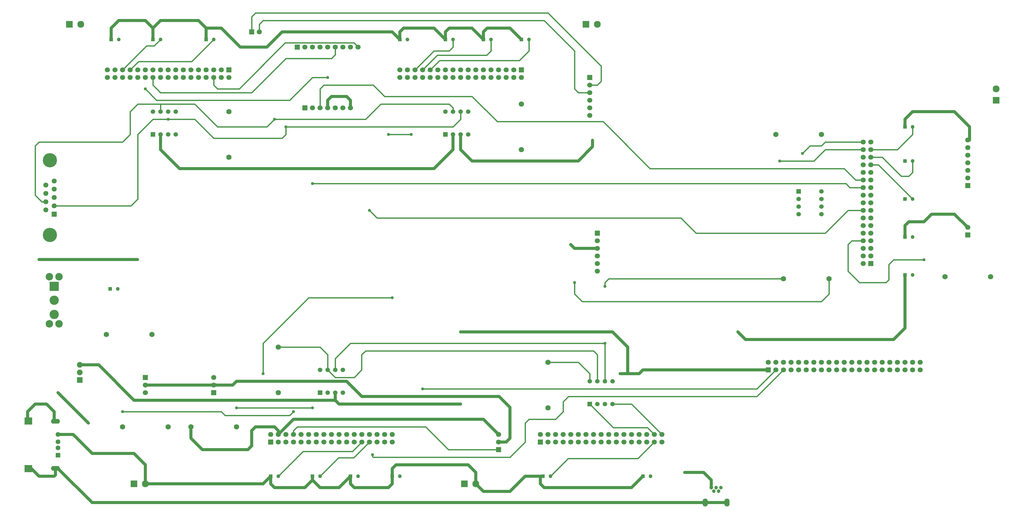
<source format=gbr>
G04 DipTrace 3.3.1.3*
G04 Top.gbr*
%MOIN*%
G04 #@! TF.FileFunction,Copper,L1,Top*
G04 #@! TF.Part,Single*
%AMOUTLINE0*
4,1,8,
-0.009039,0.021824,
0.009039,0.021824,
0.021824,0.009039,
0.021824,-0.009039,
0.009039,-0.021824,
-0.009039,-0.021824,
-0.021824,-0.009039,
-0.021824,0.009039,
-0.009039,0.021824,
0*%
G04 #@! TA.AperFunction,Conductor*
%ADD13C,0.03937*%
%ADD14C,0.016*%
G04 #@! TA.AperFunction,ComponentPad*
%ADD16C,0.07*%
%ADD17C,0.07*%
%ADD18R,0.066929X0.066929*%
%ADD19C,0.066929*%
%ADD20C,0.05*%
%ADD21R,0.05X0.05*%
%ADD22R,0.090551X0.090551*%
%ADD23C,0.090551*%
%ADD24R,0.066535X0.066535*%
%ADD25C,0.066535*%
%ADD26C,0.187402*%
%ADD27C,0.062992*%
%ADD28R,0.062992X0.062992*%
%ADD29O,0.11811X0.062992*%
%ADD30R,0.102362X0.094488*%
G04 #@! TA.AperFunction,ComponentPad*
%ADD31R,0.074803X0.074803*%
%ADD32C,0.074803*%
%ADD33R,0.122047X0.122047*%
%ADD34C,0.122047*%
%ADD35C,0.098425*%
%ADD36R,0.059055X0.059055*%
%ADD37C,0.059055*%
%ADD38C,0.047244*%
%ADD39O,0.066929X0.106299*%
G04 #@! TA.AperFunction,ViaPad*
%ADD40C,0.04*%
G04 #@! TA.AperFunction,ComponentPad*
%ADD98OUTLINE0*%
%FSLAX26Y26*%
G04*
G70*
G90*
G75*
G01*
G04 Top*
%LPD*%
X1159055Y2383858D2*
D13*
X1409055D1*
X1874016Y1918898D1*
X7911020Y5339370D2*
Y5255902D1*
X7724016Y5068898D1*
X6324016D1*
X6174016Y5218898D1*
Y5418898D1*
X10224016Y2318898D2*
X8574016D1*
X8524016Y2268898D1*
X8274016D1*
X4524016Y2018898D2*
Y1918898D1*
X4574016Y1868898D1*
X6174016D1*
X1874016Y1918898D2*
X4524016D1*
X8274016Y2268898D2*
X8374016D1*
Y2618898D1*
X8174016Y2818898D1*
X6174016D1*
X6974016Y6668898D2*
X6824016Y6818898D1*
X6524016D1*
X6474016Y6768898D1*
Y6668898D1*
X874016Y1468898D2*
X1074016D1*
X1324016Y1218898D1*
X1874016D1*
X2024016Y1068898D1*
Y818898D1*
X3574016D1*
X3674016Y918898D1*
X12024016Y5518898D2*
Y5618898D1*
X12124016Y5718898D1*
X12674016D1*
X12874016Y5518898D1*
Y5343898D1*
X12849016D1*
X6074016Y5418898D2*
Y5218898D1*
X5824016Y4968898D1*
X2474016D1*
X2224016Y5218898D1*
Y5418898D1*
X12024016Y4068898D2*
Y4218898D1*
X12074016Y4268898D1*
X2024016Y818898D2*
D3*
X7624016Y3968898D2*
X7674016Y3918898D1*
X7974016D1*
X2124016Y6668898D2*
Y6818898D1*
X2024016Y6918898D1*
X1674016D1*
X1574016Y6818898D1*
Y6668898D1*
X4624016Y6768898D2*
X3824016D1*
X3624016Y6568898D1*
X3274016D1*
X3024016Y6818898D1*
X2824016D1*
X2724016Y6918898D1*
X2224016D1*
X2124016Y6818898D1*
X5374016Y6668898D2*
X5274016Y6768898D1*
X4624016D1*
X5974016Y6668898D2*
X5824016Y6818898D1*
X5424016D1*
X5374016Y6768898D1*
Y6668898D1*
X6474016D2*
X6324016Y6818898D1*
X6024016D1*
X5974016Y6768898D1*
Y6668898D1*
X7255512Y918898D2*
X7224016D1*
Y818898D1*
X7274016Y768898D1*
X8424016D1*
X8574016Y918898D1*
X6374016Y818898D2*
X6474016Y718898D1*
X6824016D1*
X7024016Y918898D1*
X7255512D1*
X5274016D2*
Y1018898D1*
X5324016Y1068898D1*
X6274016D1*
X6374016Y968898D1*
Y818898D1*
X4724016Y918898D2*
Y818898D1*
X4774016Y768898D1*
X5224016D1*
X5274016Y818898D1*
Y918898D1*
X4224016D2*
Y868898D1*
X4324016Y768898D1*
X4574016D1*
X4724016Y918898D1*
X3674016D2*
Y818898D1*
X3724016Y768898D1*
X4124016D1*
X4224016Y868898D1*
X12024016Y3568898D2*
Y2868898D1*
X11874016Y2718898D1*
X9924016D1*
X9824016Y2818898D1*
X2824016Y6668898D2*
Y6818898D1*
X12074016Y4268898D2*
X12274016D1*
X12374016Y4368898D1*
X12674016D1*
X12849016Y4193898D1*
X9680709Y570079D2*
X9393307D1*
X840551Y1640157D2*
Y1652362D1*
X824016Y1668898D1*
Y1768898D1*
X724016Y1868898D1*
X574016D1*
X474016Y1768898D1*
Y1654076D1*
X482283Y1662344D1*
Y1644094D1*
X840551Y1022047D2*
Y935433D1*
X824016Y918898D1*
X624016D1*
X524803Y1018110D1*
X482283D1*
X9393307Y570079D2*
X1322835D1*
X870866Y1022047D1*
X840551D1*
X1921081Y3771832D2*
X624409D1*
X6074016Y5718898D2*
D14*
Y5768898D1*
X6024016Y5818898D1*
X5124016D1*
X4924016Y5618898D1*
X3724016D1*
X3774016Y2618898D2*
X4324016D1*
X4424016Y2518898D1*
Y2318898D1*
X11024016Y3518898D2*
Y3318898D1*
X10924016Y3218898D1*
X7774016D1*
X7674016Y3318898D1*
Y3468898D1*
X3724016Y5618898D2*
X3624016Y5518898D1*
X2974016D1*
X2674016Y5818898D1*
X2224016D1*
X1924016D1*
X1824016Y5718898D1*
Y5418898D1*
X1724016Y5318898D1*
X624016D1*
X574016Y5268898D1*
Y4618898D1*
X660433Y4532480D1*
X712205D1*
X2224016Y5718898D2*
Y5818898D1*
X4424016Y2318898D2*
X4524016Y2218898D1*
X4774016D1*
X4871370Y2316252D1*
Y2516252D1*
X4924016Y2568898D1*
X7924016D1*
X7974016Y2518898D1*
Y2168898D1*
X2624016Y1568898D2*
D13*
Y1418898D1*
X2774016Y1268898D1*
X3374016D1*
X3424016Y1318898D1*
Y1518898D1*
X3474016Y1568898D1*
X3724016D1*
X3774016Y1518898D1*
Y1468898D1*
X3974016Y1668898D1*
X6474016D1*
X6674016Y1468898D1*
X5524016Y5418898D2*
D14*
X5224016D1*
X4524016Y6568898D2*
Y6468898D1*
X4474016Y6418898D1*
X3874016D1*
X3424016Y5968898D1*
X2224016D1*
X2124016Y6068898D1*
Y6168898D1*
X10674016Y5168898D2*
X10774016Y5268898D1*
X10924016D1*
X10974016Y5318898D1*
X11474016D1*
X8174016Y1868898D2*
X8424016D1*
X8824016Y1468898D1*
X10374016Y5068898D2*
X10824016D1*
X10974016Y5218898D1*
X11474016D1*
X4224016Y1818898D2*
X3224016D1*
X7324016Y2418898D2*
X7724016D1*
X7874016Y2268898D1*
Y2168898D1*
X1274016Y1618898D2*
D13*
X874016Y2018898D1*
X8724016Y1468898D2*
D14*
X8634457Y1558457D1*
X8184457D1*
X7874016Y1868898D1*
X3574016Y2268898D2*
Y2668898D1*
X4174016Y3268898D1*
X5274016D1*
X5674016Y2068898D2*
X10074016D1*
X10324016Y2318898D1*
X5015016Y1202437D2*
Y1177898D1*
X5024016Y1168898D1*
X6824016D1*
X7024016Y1368898D1*
Y1618898D1*
X7074016Y1668898D1*
X7424016D1*
X7524016Y1768898D1*
Y1898081D1*
X7594832Y1968898D1*
X10074016D1*
X10424016Y2318898D1*
X7874016Y6068898D2*
X7974016D1*
X8024016Y6118898D1*
Y6318898D1*
X7324016Y7018898D1*
X3474016D1*
X3424016Y6968898D1*
Y6768898D1*
X7874016Y5968898D2*
X7724016D1*
X7674016Y6018898D1*
Y6518898D1*
X7274016Y6918898D1*
X3574016D1*
X3524016Y6868898D1*
Y6768898D1*
X2024016Y6015906D2*
X2171024Y5868898D1*
X3924016D1*
X4224016Y6168898D1*
X4424016D1*
X3974016Y1468898D2*
Y1518898D1*
X4024016Y1568898D1*
X5715110D1*
X6015110Y1268898D1*
X6674016D1*
X12274016Y3768898D2*
X11874016D1*
X11808711Y3703593D1*
Y3503593D1*
X11774016Y3468898D1*
X11424016D1*
X11274016Y3618898D1*
Y3968898D1*
X11324016Y4018898D1*
X11474016D1*
X1724016Y1768898D2*
X3024016D1*
X3074016Y1718898D1*
X3924016D1*
X3974016Y1768898D1*
X6174016Y5718898D2*
Y5618898D1*
X6074016Y5518898D1*
X3874016D1*
X4524016Y2318898D2*
Y2468898D1*
X4724016Y2668898D1*
X8074016D1*
X10424016Y3518898D2*
X8124016D1*
X8074016Y3468898D1*
Y3418898D1*
X2324016Y5618898D2*
X2124016D1*
X1924016Y5418898D1*
Y4568898D1*
X1833071Y4477953D1*
X824016D1*
X3874016Y5518898D2*
Y5418898D1*
X3824016Y5368898D1*
X2924016D1*
X2674016Y5618898D1*
X2324016D1*
X8074016Y2668898D2*
Y2168898D1*
X9124016Y968898D2*
D13*
X9374016D1*
X9474016Y868898D1*
Y768898D1*
X4724016Y5768898D2*
Y5868898D1*
X4674016Y5918898D1*
X4474016D1*
X4424016Y5868898D1*
Y5768898D1*
X4974016Y4418898D2*
D14*
X5074016Y4318898D1*
X9074016D1*
X9274016Y4118898D1*
X10974016D1*
X11274016Y4418898D1*
X11474016D1*
X4224016Y4771583D2*
X11245390D1*
X11298075Y4718898D1*
X11474016D1*
Y4818898D2*
X11374016D1*
X11224016Y4968898D1*
X8667520D1*
X8049980Y5586437D1*
X6656476D1*
X6324016Y5918898D1*
X5174016D1*
X5024016Y6068898D1*
X4374016D1*
X4324016Y6018898D1*
Y5768898D1*
X2024016Y2118898D2*
D13*
X2924016D1*
X3174016D1*
X3224016Y2168898D1*
X4674016D1*
X4874016Y1968898D1*
X6679008D1*
X6824016Y1823890D1*
Y1418898D1*
X6774016Y1368898D1*
X6674016D1*
X4324016Y918898D2*
D14*
X4566559Y1161441D1*
X4766559D1*
X4974016Y1368898D1*
X7355512Y918898D2*
X7589034Y1152420D1*
X8507538D1*
X8724016Y1368898D1*
X2224016Y6668898D2*
X2138707Y6583589D1*
X2038707D1*
X1724016Y6268898D1*
X2924016Y6668898D2*
X2633463Y6378345D1*
X1933463D1*
X1824016Y6268898D1*
X12124016Y5518898D2*
Y5418898D1*
X11924016Y5218898D1*
X11574016D1*
X12124016Y5068898D2*
Y4918898D1*
X12074016Y4868898D1*
X11974016D1*
X11724016Y5118898D1*
X11574016D1*
X12124016Y4568898D2*
X11674016Y5018898D1*
X11574016D1*
X6074016Y6668898D2*
Y6568898D1*
X6024016Y6518898D1*
X5824016D1*
X5574016Y6268898D1*
X6574016Y6668898D2*
Y6518898D1*
X6517400Y6462282D1*
X5867400D1*
X5674016Y6268898D1*
X7074016Y6668898D2*
Y6518898D1*
X6946539Y6391421D1*
X5896539D1*
X5774016Y6268898D1*
X4824016Y6568898D2*
X4769551Y6623362D1*
X3864583D1*
X3260118Y6018898D1*
X2974016D1*
X2924016Y6068898D1*
Y6168898D1*
X3774016Y918898D2*
X4100255Y1245136D1*
X4750255D1*
X4874016Y1368898D1*
D40*
X1921081Y3771832D3*
X624409D3*
X1274016Y1618898D3*
X874016Y2018898D3*
X5274016Y3268898D3*
X5674016Y2068898D3*
X9124016Y968898D3*
D3*
X7911020Y5339370D3*
X1874016Y1918898D3*
X6174016Y1868898D3*
X8274016Y2268898D3*
X6174016Y2818898D3*
X9824016D3*
X4624016Y6768898D3*
X12074016Y4268898D3*
X7624016Y3968898D3*
X7674016Y3468898D3*
X3724016Y5618898D3*
X5224016Y5418898D3*
X5524016D3*
X10674016Y5168898D3*
X10374016Y5068898D3*
X3224016Y1818898D3*
X4224016D3*
X3574016Y2268898D3*
X5015016Y1202437D3*
X4424016Y6168898D3*
X2024016Y6015906D3*
X12274016Y3768898D3*
X3974016Y1768898D3*
X1724016D3*
X2324016Y5618898D3*
X3874016Y5518898D3*
X8074016Y3418898D3*
Y2668898D3*
X4974016Y4418898D3*
X4224016Y4771583D3*
D16*
X3774016Y2018898D3*
D17*
Y2618898D3*
D16*
X13149016Y3543898D3*
D17*
X12549016D3*
D18*
X7974016Y4118898D3*
D19*
Y4018898D3*
Y3918898D3*
Y3818898D3*
Y3718898D3*
Y3618898D3*
D18*
X7874016Y6168898D3*
D19*
Y6068898D3*
Y5968898D3*
Y5868898D3*
Y5768898D3*
Y5668898D3*
D20*
X1659055Y3383858D3*
D21*
X1559055D3*
D20*
X3774016Y918898D3*
D21*
X3674016D3*
D20*
X5374016D3*
D21*
X5274016D3*
D20*
X4824016D3*
D21*
X4724016D3*
D20*
X4324016D3*
D21*
X4224016D3*
D20*
X7355512D3*
D21*
X7255512D3*
D20*
X8674016D3*
D21*
X8574016D3*
D20*
X2224016Y6668898D3*
D21*
X2124016D3*
D20*
X1674016D3*
D21*
X1574016D3*
D20*
X2924016D3*
D21*
X2824016D3*
D20*
X12124016Y5518898D3*
D21*
X12024016D3*
D20*
X12124016Y5068898D3*
D21*
X12024016D3*
D20*
X12124016Y4568898D3*
D21*
X12024016D3*
D20*
X12124016Y4068898D3*
D21*
X12024016D3*
D20*
X12124016Y3568898D3*
D21*
X12024016D3*
D20*
X5474016Y6668898D3*
D21*
X5374016D3*
D20*
X6074016D3*
D21*
X5974016D3*
D20*
X6574016D3*
D21*
X6474016D3*
D20*
X7074016D3*
D21*
X6974016D3*
D18*
X2924016Y2018898D3*
D19*
Y2118898D3*
Y2218898D3*
D18*
X4024016Y6568898D3*
D19*
X4124016D3*
X4224016D3*
X4324016D3*
X4424016D3*
X4524016D3*
X4624016D3*
X4724016D3*
X4824016D3*
D18*
X12849016Y4093898D3*
D19*
Y4193898D3*
D18*
X3124016Y6268898D3*
D19*
Y6168898D3*
X3024016Y6268898D3*
Y6168898D3*
X2924016Y6268898D3*
Y6168898D3*
X2824016Y6268898D3*
Y6168898D3*
X2724016Y6268898D3*
Y6168898D3*
X2624016Y6268898D3*
Y6168898D3*
X2524016Y6268898D3*
Y6168898D3*
X2424016Y6268898D3*
Y6168898D3*
X2324016Y6268898D3*
Y6168898D3*
X2224016Y6268898D3*
Y6168898D3*
X2124016Y6268898D3*
Y6168898D3*
X2024016Y6268898D3*
Y6168898D3*
X1924016Y6268898D3*
Y6168898D3*
X1824016Y6268898D3*
Y6168898D3*
X1724016Y6268898D3*
Y6168898D3*
X1624016Y6268898D3*
Y6168898D3*
X1524016Y6268898D3*
Y6168898D3*
D18*
X6974016Y6268898D3*
D19*
Y6168898D3*
X6874016Y6268898D3*
Y6168898D3*
X6774016Y6268898D3*
Y6168898D3*
X6674016Y6268898D3*
Y6168898D3*
X6574016Y6268898D3*
Y6168898D3*
X6474016Y6268898D3*
Y6168898D3*
X6374016Y6268898D3*
Y6168898D3*
X6274016Y6268898D3*
Y6168898D3*
X6174016Y6268898D3*
Y6168898D3*
X6074016Y6268898D3*
Y6168898D3*
X5974016Y6268898D3*
Y6168898D3*
X5874016Y6268898D3*
Y6168898D3*
X5774016Y6268898D3*
Y6168898D3*
X5674016Y6268898D3*
Y6168898D3*
X5574016Y6268898D3*
Y6168898D3*
X5474016Y6268898D3*
Y6168898D3*
X5374016Y6268898D3*
Y6168898D3*
D18*
X11574016Y3718898D3*
D19*
X11474016D3*
X11574016Y3818898D3*
X11474016D3*
X11574016Y3918898D3*
X11474016D3*
X11574016Y4018898D3*
X11474016D3*
X11574016Y4118898D3*
X11474016D3*
X11574016Y4218898D3*
X11474016D3*
X11574016Y4318898D3*
X11474016D3*
X11574016Y4418898D3*
X11474016D3*
X11574016Y4518898D3*
X11474016D3*
X11574016Y4618898D3*
X11474016D3*
X11574016Y4718898D3*
X11474016D3*
X11574016Y4818898D3*
X11474016D3*
X11574016Y4918898D3*
X11474016D3*
X11574016Y5018898D3*
X11474016D3*
X11574016Y5118898D3*
X11474016D3*
X11574016Y5218898D3*
X11474016D3*
X11574016Y5318898D3*
X11474016D3*
D18*
X7224016Y1368898D3*
D19*
Y1468898D3*
X7324016Y1368898D3*
Y1468898D3*
X7424016Y1368898D3*
Y1468898D3*
X7524016Y1368898D3*
Y1468898D3*
X7624016Y1368898D3*
Y1468898D3*
X7724016Y1368898D3*
Y1468898D3*
X7824016Y1368898D3*
Y1468898D3*
X7924016Y1368898D3*
Y1468898D3*
X8024016Y1368898D3*
Y1468898D3*
X8124016Y1368898D3*
Y1468898D3*
X8224016Y1368898D3*
Y1468898D3*
X8324016Y1368898D3*
Y1468898D3*
X8424016Y1368898D3*
Y1468898D3*
X8524016Y1368898D3*
Y1468898D3*
X8624016Y1368898D3*
Y1468898D3*
X8724016Y1368898D3*
Y1468898D3*
X8824016Y1368898D3*
Y1468898D3*
D18*
X3674016Y1368898D3*
D19*
Y1468898D3*
X3774016Y1368898D3*
Y1468898D3*
X3874016Y1368898D3*
Y1468898D3*
X3974016Y1368898D3*
Y1468898D3*
X4074016Y1368898D3*
Y1468898D3*
X4174016Y1368898D3*
Y1468898D3*
X4274016Y1368898D3*
Y1468898D3*
X4374016Y1368898D3*
Y1468898D3*
X4474016Y1368898D3*
Y1468898D3*
X4574016Y1368898D3*
Y1468898D3*
X4674016Y1368898D3*
Y1468898D3*
X4774016Y1368898D3*
Y1468898D3*
X4874016Y1368898D3*
Y1468898D3*
X4974016Y1368898D3*
Y1468898D3*
X5074016Y1368898D3*
Y1468898D3*
X5174016Y1368898D3*
Y1468898D3*
X5274016Y1368898D3*
Y1468898D3*
D22*
X7824016Y6868898D3*
D23*
X7974016D3*
D24*
X824016Y4368898D3*
D25*
Y4477953D3*
Y4587008D3*
Y4696063D3*
Y4805118D3*
X712205Y4423425D3*
Y4532480D3*
Y4641535D3*
Y4750591D3*
D26*
X768111Y4095079D3*
Y5078937D3*
D18*
X3424016Y6768898D3*
D19*
X3524016D3*
D22*
X1024016Y6868898D3*
D23*
X1174016D3*
D22*
X6224016Y818898D3*
D23*
X6374016D3*
D18*
X10224016Y2318898D3*
D19*
Y2418898D3*
X10324016Y2318898D3*
Y2418898D3*
X10424016Y2318898D3*
Y2418898D3*
X10524016Y2318898D3*
Y2418898D3*
X10624016Y2318898D3*
Y2418898D3*
X10724016Y2318898D3*
Y2418898D3*
X10824016Y2318898D3*
Y2418898D3*
X10924016Y2318898D3*
Y2418898D3*
X11024016Y2318898D3*
Y2418898D3*
X11124016Y2318898D3*
Y2418898D3*
X11224016Y2318898D3*
Y2418898D3*
X11324016Y2318898D3*
Y2418898D3*
X11424016Y2318898D3*
Y2418898D3*
X11524016Y2318898D3*
Y2418898D3*
X11624016Y2318898D3*
Y2418898D3*
X11724016Y2318898D3*
Y2418898D3*
X11824016Y2318898D3*
Y2418898D3*
X11924016Y2318898D3*
Y2418898D3*
X12024016Y2318898D3*
Y2418898D3*
X12124016Y2318898D3*
Y2418898D3*
X12224016Y2318898D3*
Y2418898D3*
D22*
X13224016Y5868898D3*
D23*
Y6018898D3*
D27*
X874016Y1468898D3*
Y1370472D3*
Y1291732D3*
D28*
Y1193307D3*
D29*
X840551Y1640157D3*
Y1022047D3*
D30*
X482283Y1644094D3*
Y1018110D3*
D22*
X1874016Y818898D3*
D23*
X2024016D3*
D18*
X4124016Y5768898D3*
D19*
X4224016D3*
X4324016D3*
X4424016D3*
X4524016D3*
X4624016D3*
X4724016D3*
D16*
X1724016Y1568898D3*
D17*
X2324016D3*
D16*
X3224016D3*
D17*
X2624016D3*
D16*
X7324016Y2418898D3*
D17*
Y1818898D3*
D16*
X3124016Y5118898D3*
D17*
Y5718898D3*
D16*
X6974016Y5818898D3*
D17*
Y5218898D3*
D16*
X10924016Y5418898D3*
D17*
X10324016D3*
D16*
X2109055Y2783858D3*
D17*
X1509055D3*
D16*
X10424016Y3518898D3*
D17*
X11024016D3*
D31*
X1159055Y2183858D3*
D32*
Y2283858D3*
Y2383858D3*
D18*
X2024016Y2218898D3*
D19*
Y2118898D3*
Y2018898D3*
D18*
X6674016Y1268898D3*
D19*
Y1368898D3*
Y1468898D3*
D33*
X824016Y3418898D3*
D34*
Y3233858D3*
Y3048819D3*
D35*
X886614Y2923819D3*
X761417D3*
Y3543898D3*
X886614D3*
D36*
X2124016Y5418898D3*
D37*
X2224016D3*
X2324016D3*
X2424016D3*
Y5718898D3*
X2324016D3*
X2224016D3*
X2124016D3*
D36*
X5974016Y5418898D3*
D37*
X6074016D3*
X6174016D3*
X6274016D3*
Y5718898D3*
X6174016D3*
X6074016D3*
X5974016D3*
D36*
X10624016Y4668898D3*
D37*
Y4568898D3*
Y4468898D3*
Y4368898D3*
X10924016D3*
Y4468898D3*
Y4568898D3*
Y4668898D3*
D36*
X4324016Y2018898D3*
D37*
X4424016D3*
X4524016D3*
X4624016D3*
Y2318898D3*
X4524016D3*
X4424016D3*
X4324016D3*
D36*
X7874016Y1868898D3*
D37*
X7974016D3*
X8074016D3*
X8174016D3*
Y2168898D3*
X8074016D3*
X7974016D3*
X7874016D3*
D18*
X12849016Y4743898D3*
D19*
Y4843898D3*
Y4943898D3*
Y5043898D3*
Y5143898D3*
Y5243898D3*
Y5343898D3*
D98*
X9474016Y768898D3*
D38*
X9505512Y721654D3*
X9537008Y768898D3*
X9568504Y721654D3*
X9600000Y768898D3*
D39*
X9393307Y570079D3*
X9680709D3*
M02*

</source>
